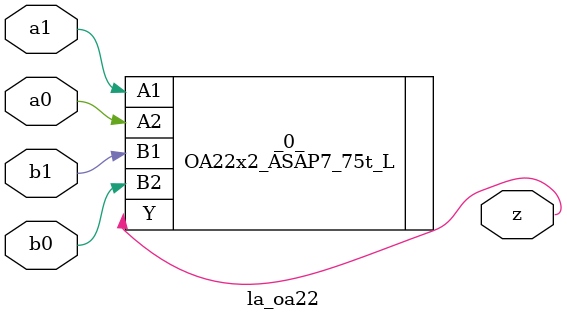
<source format=v>

/* Generated by Yosys 0.37 (git sha1 a5c7f69ed, clang 14.0.0-1ubuntu1.1 -fPIC -Os) */

module la_oa22(a0, a1, b0, b1, z);
  input a0;
  wire a0;
  input a1;
  wire a1;
  input b0;
  wire b0;
  input b1;
  wire b1;
  output z;
  wire z;
  OA22x2_ASAP7_75t_L _0_ (
    .A1(a1),
    .A2(a0),
    .B1(b1),
    .B2(b0),
    .Y(z)
  );
endmodule

</source>
